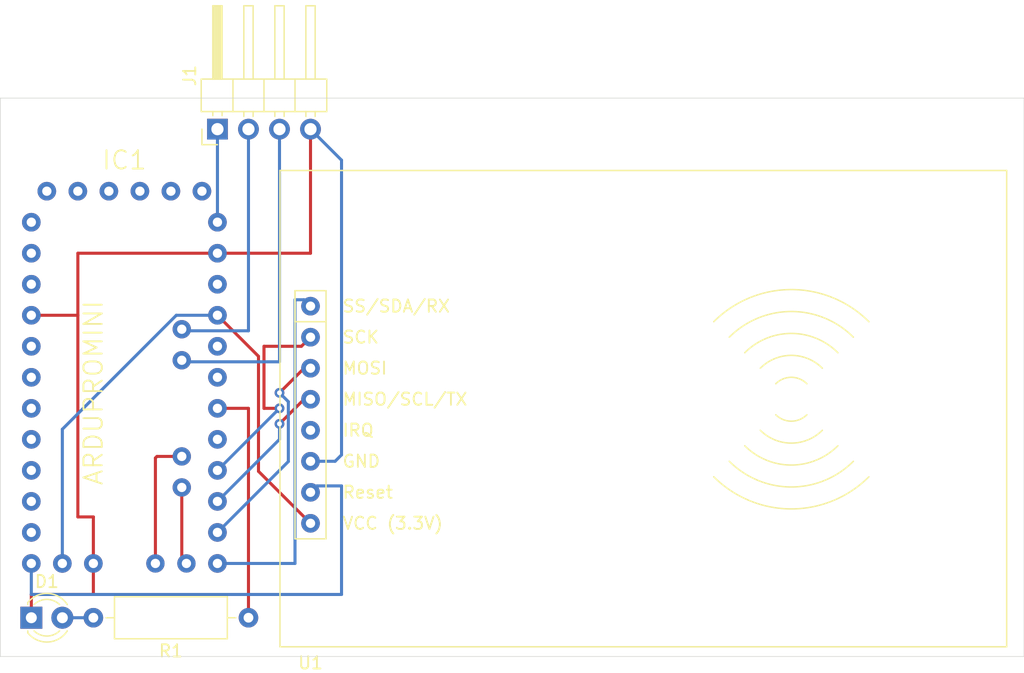
<source format=kicad_pcb>
(kicad_pcb (version 20171130) (host pcbnew "(5.1.8)-1")

  (general
    (thickness 1.6)
    (drawings 4)
    (tracks 62)
    (zones 0)
    (modules 5)
    (nets 30)
  )

  (page A4)
  (layers
    (0 F.Cu signal)
    (31 B.Cu signal)
    (32 B.Adhes user)
    (33 F.Adhes user)
    (34 B.Paste user)
    (35 F.Paste user)
    (36 B.SilkS user)
    (37 F.SilkS user)
    (38 B.Mask user)
    (39 F.Mask user)
    (40 Dwgs.User user)
    (41 Cmts.User user)
    (42 Eco1.User user)
    (43 Eco2.User user)
    (44 Edge.Cuts user)
    (45 Margin user)
    (46 B.CrtYd user)
    (47 F.CrtYd user)
    (48 B.Fab user)
    (49 F.Fab user)
  )

  (setup
    (last_trace_width 0.25)
    (trace_clearance 0.2)
    (zone_clearance 0.508)
    (zone_45_only no)
    (trace_min 0.2)
    (via_size 0.8)
    (via_drill 0.4)
    (via_min_size 0.4)
    (via_min_drill 0.3)
    (uvia_size 0.3)
    (uvia_drill 0.1)
    (uvias_allowed no)
    (uvia_min_size 0.2)
    (uvia_min_drill 0.1)
    (edge_width 0.05)
    (segment_width 0.2)
    (pcb_text_width 0.3)
    (pcb_text_size 1.5 1.5)
    (mod_edge_width 0.12)
    (mod_text_size 1 1)
    (mod_text_width 0.15)
    (pad_size 1.524 1.524)
    (pad_drill 0.762)
    (pad_to_mask_clearance 0)
    (aux_axis_origin 0 0)
    (visible_elements FFFFFF7F)
    (pcbplotparams
      (layerselection 0x010fc_ffffffff)
      (usegerberextensions false)
      (usegerberattributes true)
      (usegerberadvancedattributes true)
      (creategerberjobfile true)
      (excludeedgelayer true)
      (linewidth 0.100000)
      (plotframeref false)
      (viasonmask false)
      (mode 1)
      (useauxorigin false)
      (hpglpennumber 1)
      (hpglpenspeed 20)
      (hpglpendiameter 15.000000)
      (psnegative false)
      (psa4output false)
      (plotreference true)
      (plotvalue true)
      (plotinvisibletext false)
      (padsonsilk false)
      (subtractmaskfromsilk false)
      (outputformat 1)
      (mirror false)
      (drillshape 1)
      (scaleselection 1)
      (outputdirectory ""))
  )

  (net 0 "")
  (net 1 "Net-(D1-Pad2)")
  (net 2 GND)
  (net 3 VCC)
  (net 4 "Net-(IC1-Pad34)")
  (net 5 "Net-(IC1-Pad33)")
  (net 6 /SDA)
  (net 7 /SCL)
  (net 8 /D10)
  (net 9 /D11)
  (net 10 /D12)
  (net 11 /D13)
  (net 12 "Net-(IC1-Pad26)")
  (net 13 /A1)
  (net 14 "Net-(IC1-Pad24)")
  (net 15 "Net-(IC1-Pad23)")
  (net 16 "Net-(IC1-Pad21)")
  (net 17 +5V)
  (net 18 /D9)
  (net 19 "Net-(IC1-Pad17)")
  (net 20 "Net-(IC1-Pad16)")
  (net 21 "Net-(IC1-Pad15)")
  (net 22 "Net-(IC1-Pad14)")
  (net 23 "Net-(IC1-Pad13)")
  (net 24 "Net-(IC1-Pad12)")
  (net 25 "Net-(IC1-Pad11)")
  (net 26 "Net-(IC1-Pad9)")
  (net 27 "Net-(IC1-Pad8)")
  (net 28 "Net-(IC1-Pad7)")
  (net 29 "Net-(U1-Pad5)")

  (net_class Default "This is the default net class."
    (clearance 0.2)
    (trace_width 0.25)
    (via_dia 0.8)
    (via_drill 0.4)
    (uvia_dia 0.3)
    (uvia_drill 0.1)
    (add_net +5V)
    (add_net /A1)
    (add_net /D10)
    (add_net /D11)
    (add_net /D12)
    (add_net /D13)
    (add_net /D9)
    (add_net /SCL)
    (add_net /SDA)
    (add_net GND)
    (add_net "Net-(D1-Pad2)")
    (add_net "Net-(IC1-Pad11)")
    (add_net "Net-(IC1-Pad12)")
    (add_net "Net-(IC1-Pad13)")
    (add_net "Net-(IC1-Pad14)")
    (add_net "Net-(IC1-Pad15)")
    (add_net "Net-(IC1-Pad16)")
    (add_net "Net-(IC1-Pad17)")
    (add_net "Net-(IC1-Pad21)")
    (add_net "Net-(IC1-Pad23)")
    (add_net "Net-(IC1-Pad24)")
    (add_net "Net-(IC1-Pad26)")
    (add_net "Net-(IC1-Pad33)")
    (add_net "Net-(IC1-Pad34)")
    (add_net "Net-(IC1-Pad7)")
    (add_net "Net-(IC1-Pad8)")
    (add_net "Net-(IC1-Pad9)")
    (add_net "Net-(U1-Pad5)")
    (add_net VCC)
  )

  (module Zielke:MFRC522 (layer F.Cu) (tedit 6103D27A) (tstamp 61043DC8)
    (at 106.68 88.155)
    (path /61042F68)
    (fp_text reference U1 (at 0 21.59 180) (layer F.SilkS)
      (effects (font (size 1 1) (thickness 0.15)))
    )
    (fp_text value MFRC522 (at 55 0 90) (layer F.Fab)
      (effects (font (size 1 1) (thickness 0.15)))
    )
    (fp_arc (start 39.37 0) (end 36.830001 2.539999) (angle -90) (layer F.SilkS) (width 0.12))
    (fp_arc (start 39.37 0) (end 33.020001 6.349999) (angle -90) (layer F.SilkS) (width 0.12))
    (fp_arc (start 39.37 0) (end 34.290001 5.079999) (angle -90) (layer F.SilkS) (width 0.12))
    (fp_arc (start 39.37 0) (end 38.100001 1.269999) (angle -90) (layer F.SilkS) (width 0.12))
    (fp_arc (start 39.37 0) (end 35.560001 3.809999) (angle -90) (layer F.SilkS) (width 0.12))
    (fp_arc (start 39.37 0) (end 40.639999 -1.269999) (angle -90) (layer F.SilkS) (width 0.12))
    (fp_arc (start 39.37 0) (end 41.909999 -2.539999) (angle -90) (layer F.SilkS) (width 0.12))
    (fp_arc (start 39.37 0) (end 43.179999 -3.809999) (angle -90) (layer F.SilkS) (width 0.12))
    (fp_arc (start 39.37 0) (end 44.449999 -5.079999) (angle -90) (layer F.SilkS) (width 0.12))
    (fp_arc (start 39.37 0) (end 45.719999 -6.349999) (angle -90) (layer F.SilkS) (width 0.12))
    (fp_text user "VCC (3.3V)" (at 2.54 10.16) (layer F.SilkS)
      (effects (font (size 1 1) (thickness 0.15)) (justify left))
    )
    (fp_text user Reset (at 2.54 7.62) (layer F.SilkS)
      (effects (font (size 1 1) (thickness 0.15)) (justify left))
    )
    (fp_text user GND (at 2.54 5.08) (layer F.SilkS)
      (effects (font (size 1 1) (thickness 0.15)) (justify left))
    )
    (fp_text user IRQ (at 2.54 2.54) (layer F.SilkS)
      (effects (font (size 1 1) (thickness 0.15)) (justify left))
    )
    (fp_text user MISO/SCL/TX (at 2.54 0) (layer F.SilkS)
      (effects (font (size 1 1) (thickness 0.15)) (justify left))
    )
    (fp_text user MOSI (at 2.54 -2.54) (layer F.SilkS)
      (effects (font (size 1 1) (thickness 0.15)) (justify left))
    )
    (fp_text user SCK (at 2.54 -5.08) (layer F.SilkS)
      (effects (font (size 1 1) (thickness 0.15)) (justify left))
    )
    (fp_text user SS/SDA/RX (at 2.54 -7.62) (layer F.SilkS)
      (effects (font (size 1 1) (thickness 0.15)) (justify left))
    )
    (fp_line (start -2.5 20.27) (end 57 20.27) (layer F.SilkS) (width 0.12))
    (fp_line (start 57 20.27) (end 57 -18.73) (layer F.SilkS) (width 0.12))
    (fp_line (start 57 -18.73) (end -2.5 -18.73) (layer F.SilkS) (width 0.12))
    (fp_line (start -2.5 -18.73) (end -2.5 20.27) (layer F.SilkS) (width 0.12))
    (fp_line (start -1.27 -8.89) (end -1.27 11.43) (layer F.SilkS) (width 0.12))
    (fp_line (start -1.27 11.43) (end 1.27 11.43) (layer F.SilkS) (width 0.12))
    (fp_line (start 1.27 11.43) (end 1.27 -8.89) (layer F.SilkS) (width 0.12))
    (fp_line (start 1.27 -8.89) (end -1.27 -8.89) (layer F.SilkS) (width 0.12))
    (fp_line (start -1.27 -8.89) (end -1.27 -6.35) (layer F.SilkS) (width 0.12))
    (fp_line (start -1.27 -6.35) (end 1.27 -6.35) (layer F.SilkS) (width 0.12))
    (pad 8 thru_hole circle (at 0 10.16) (size 1.524 1.524) (drill 0.762) (layers *.Cu *.Mask)
      (net 3 VCC))
    (pad 7 thru_hole circle (at 0 7.62) (size 1.524 1.524) (drill 0.762) (layers *.Cu *.Mask)
      (net 18 /D9))
    (pad 6 thru_hole circle (at 0 5.08) (size 1.524 1.524) (drill 0.762) (layers *.Cu *.Mask)
      (net 2 GND))
    (pad 5 thru_hole circle (at 0 2.54) (size 1.524 1.524) (drill 0.762) (layers *.Cu *.Mask)
      (net 29 "Net-(U1-Pad5)"))
    (pad 1 thru_hole circle (at 0 -7.62) (size 1.524 1.524) (drill 0.762) (layers *.Cu *.Mask)
      (net 8 /D10))
    (pad 2 thru_hole circle (at 0 -5.08) (size 1.524 1.524) (drill 0.762) (layers *.Cu *.Mask)
      (net 11 /D13))
    (pad 3 thru_hole circle (at 0 -2.54) (size 1.524 1.524) (drill 0.762) (layers *.Cu *.Mask)
      (net 9 /D11))
    (pad 4 thru_hole circle (at 0 0) (size 1.524 1.524) (drill 0.762) (layers *.Cu *.Mask)
      (net 10 /D12))
  )

  (module Resistor_THT:R_Axial_DIN0309_L9.0mm_D3.2mm_P12.70mm_Horizontal (layer F.Cu) (tedit 5AE5139B) (tstamp 61044167)
    (at 101.6 106.045 180)
    (descr "Resistor, Axial_DIN0309 series, Axial, Horizontal, pin pitch=12.7mm, 0.5W = 1/2W, length*diameter=9*3.2mm^2, http://cdn-reichelt.de/documents/datenblatt/B400/1_4W%23YAG.pdf")
    (tags "Resistor Axial_DIN0309 series Axial Horizontal pin pitch 12.7mm 0.5W = 1/2W length 9mm diameter 3.2mm")
    (path /61043BD9)
    (fp_text reference R1 (at 6.35 -2.72) (layer F.SilkS)
      (effects (font (size 1 1) (thickness 0.15)))
    )
    (fp_text value R (at 6.35 2.72) (layer F.Fab)
      (effects (font (size 1 1) (thickness 0.15)))
    )
    (fp_text user %R (at 6.35 0) (layer F.Fab)
      (effects (font (size 1 1) (thickness 0.15)))
    )
    (fp_line (start 1.85 -1.6) (end 1.85 1.6) (layer F.Fab) (width 0.1))
    (fp_line (start 1.85 1.6) (end 10.85 1.6) (layer F.Fab) (width 0.1))
    (fp_line (start 10.85 1.6) (end 10.85 -1.6) (layer F.Fab) (width 0.1))
    (fp_line (start 10.85 -1.6) (end 1.85 -1.6) (layer F.Fab) (width 0.1))
    (fp_line (start 0 0) (end 1.85 0) (layer F.Fab) (width 0.1))
    (fp_line (start 12.7 0) (end 10.85 0) (layer F.Fab) (width 0.1))
    (fp_line (start 1.73 -1.72) (end 1.73 1.72) (layer F.SilkS) (width 0.12))
    (fp_line (start 1.73 1.72) (end 10.97 1.72) (layer F.SilkS) (width 0.12))
    (fp_line (start 10.97 1.72) (end 10.97 -1.72) (layer F.SilkS) (width 0.12))
    (fp_line (start 10.97 -1.72) (end 1.73 -1.72) (layer F.SilkS) (width 0.12))
    (fp_line (start 1.04 0) (end 1.73 0) (layer F.SilkS) (width 0.12))
    (fp_line (start 11.66 0) (end 10.97 0) (layer F.SilkS) (width 0.12))
    (fp_line (start -1.05 -1.85) (end -1.05 1.85) (layer F.CrtYd) (width 0.05))
    (fp_line (start -1.05 1.85) (end 13.75 1.85) (layer F.CrtYd) (width 0.05))
    (fp_line (start 13.75 1.85) (end 13.75 -1.85) (layer F.CrtYd) (width 0.05))
    (fp_line (start 13.75 -1.85) (end -1.05 -1.85) (layer F.CrtYd) (width 0.05))
    (pad 2 thru_hole oval (at 12.7 0 180) (size 1.6 1.6) (drill 0.8) (layers *.Cu *.Mask)
      (net 1 "Net-(D1-Pad2)"))
    (pad 1 thru_hole circle (at 0 0 180) (size 1.6 1.6) (drill 0.8) (layers *.Cu *.Mask)
      (net 13 /A1))
    (model ${KISYS3DMOD}/Resistor_THT.3dshapes/R_Axial_DIN0309_L9.0mm_D3.2mm_P12.70mm_Horizontal.wrl
      (at (xyz 0 0 0))
      (scale (xyz 1 1 1))
      (rotate (xyz 0 0 0))
    )
  )

  (module Connector_PinHeader_2.54mm:PinHeader_1x04_P2.54mm_Horizontal (layer F.Cu) (tedit 59FED5CB) (tstamp 61043D89)
    (at 99.06 66.04 90)
    (descr "Through hole angled pin header, 1x04, 2.54mm pitch, 6mm pin length, single row")
    (tags "Through hole angled pin header THT 1x04 2.54mm single row")
    (path /610442D4)
    (fp_text reference J1 (at 4.385 -2.27 90) (layer F.SilkS)
      (effects (font (size 1 1) (thickness 0.15)))
    )
    (fp_text value Conn_01x04 (at 4.385 9.89 90) (layer F.Fab)
      (effects (font (size 1 1) (thickness 0.15)))
    )
    (fp_text user %R (at 2.77 3.81) (layer F.Fab)
      (effects (font (size 1 1) (thickness 0.15)))
    )
    (fp_line (start 2.135 -1.27) (end 4.04 -1.27) (layer F.Fab) (width 0.1))
    (fp_line (start 4.04 -1.27) (end 4.04 8.89) (layer F.Fab) (width 0.1))
    (fp_line (start 4.04 8.89) (end 1.5 8.89) (layer F.Fab) (width 0.1))
    (fp_line (start 1.5 8.89) (end 1.5 -0.635) (layer F.Fab) (width 0.1))
    (fp_line (start 1.5 -0.635) (end 2.135 -1.27) (layer F.Fab) (width 0.1))
    (fp_line (start -0.32 -0.32) (end 1.5 -0.32) (layer F.Fab) (width 0.1))
    (fp_line (start -0.32 -0.32) (end -0.32 0.32) (layer F.Fab) (width 0.1))
    (fp_line (start -0.32 0.32) (end 1.5 0.32) (layer F.Fab) (width 0.1))
    (fp_line (start 4.04 -0.32) (end 10.04 -0.32) (layer F.Fab) (width 0.1))
    (fp_line (start 10.04 -0.32) (end 10.04 0.32) (layer F.Fab) (width 0.1))
    (fp_line (start 4.04 0.32) (end 10.04 0.32) (layer F.Fab) (width 0.1))
    (fp_line (start -0.32 2.22) (end 1.5 2.22) (layer F.Fab) (width 0.1))
    (fp_line (start -0.32 2.22) (end -0.32 2.86) (layer F.Fab) (width 0.1))
    (fp_line (start -0.32 2.86) (end 1.5 2.86) (layer F.Fab) (width 0.1))
    (fp_line (start 4.04 2.22) (end 10.04 2.22) (layer F.Fab) (width 0.1))
    (fp_line (start 10.04 2.22) (end 10.04 2.86) (layer F.Fab) (width 0.1))
    (fp_line (start 4.04 2.86) (end 10.04 2.86) (layer F.Fab) (width 0.1))
    (fp_line (start -0.32 4.76) (end 1.5 4.76) (layer F.Fab) (width 0.1))
    (fp_line (start -0.32 4.76) (end -0.32 5.4) (layer F.Fab) (width 0.1))
    (fp_line (start -0.32 5.4) (end 1.5 5.4) (layer F.Fab) (width 0.1))
    (fp_line (start 4.04 4.76) (end 10.04 4.76) (layer F.Fab) (width 0.1))
    (fp_line (start 10.04 4.76) (end 10.04 5.4) (layer F.Fab) (width 0.1))
    (fp_line (start 4.04 5.4) (end 10.04 5.4) (layer F.Fab) (width 0.1))
    (fp_line (start -0.32 7.3) (end 1.5 7.3) (layer F.Fab) (width 0.1))
    (fp_line (start -0.32 7.3) (end -0.32 7.94) (layer F.Fab) (width 0.1))
    (fp_line (start -0.32 7.94) (end 1.5 7.94) (layer F.Fab) (width 0.1))
    (fp_line (start 4.04 7.3) (end 10.04 7.3) (layer F.Fab) (width 0.1))
    (fp_line (start 10.04 7.3) (end 10.04 7.94) (layer F.Fab) (width 0.1))
    (fp_line (start 4.04 7.94) (end 10.04 7.94) (layer F.Fab) (width 0.1))
    (fp_line (start 1.44 -1.33) (end 1.44 8.95) (layer F.SilkS) (width 0.12))
    (fp_line (start 1.44 8.95) (end 4.1 8.95) (layer F.SilkS) (width 0.12))
    (fp_line (start 4.1 8.95) (end 4.1 -1.33) (layer F.SilkS) (width 0.12))
    (fp_line (start 4.1 -1.33) (end 1.44 -1.33) (layer F.SilkS) (width 0.12))
    (fp_line (start 4.1 -0.38) (end 10.1 -0.38) (layer F.SilkS) (width 0.12))
    (fp_line (start 10.1 -0.38) (end 10.1 0.38) (layer F.SilkS) (width 0.12))
    (fp_line (start 10.1 0.38) (end 4.1 0.38) (layer F.SilkS) (width 0.12))
    (fp_line (start 4.1 -0.32) (end 10.1 -0.32) (layer F.SilkS) (width 0.12))
    (fp_line (start 4.1 -0.2) (end 10.1 -0.2) (layer F.SilkS) (width 0.12))
    (fp_line (start 4.1 -0.08) (end 10.1 -0.08) (layer F.SilkS) (width 0.12))
    (fp_line (start 4.1 0.04) (end 10.1 0.04) (layer F.SilkS) (width 0.12))
    (fp_line (start 4.1 0.16) (end 10.1 0.16) (layer F.SilkS) (width 0.12))
    (fp_line (start 4.1 0.28) (end 10.1 0.28) (layer F.SilkS) (width 0.12))
    (fp_line (start 1.11 -0.38) (end 1.44 -0.38) (layer F.SilkS) (width 0.12))
    (fp_line (start 1.11 0.38) (end 1.44 0.38) (layer F.SilkS) (width 0.12))
    (fp_line (start 1.44 1.27) (end 4.1 1.27) (layer F.SilkS) (width 0.12))
    (fp_line (start 4.1 2.16) (end 10.1 2.16) (layer F.SilkS) (width 0.12))
    (fp_line (start 10.1 2.16) (end 10.1 2.92) (layer F.SilkS) (width 0.12))
    (fp_line (start 10.1 2.92) (end 4.1 2.92) (layer F.SilkS) (width 0.12))
    (fp_line (start 1.042929 2.16) (end 1.44 2.16) (layer F.SilkS) (width 0.12))
    (fp_line (start 1.042929 2.92) (end 1.44 2.92) (layer F.SilkS) (width 0.12))
    (fp_line (start 1.44 3.81) (end 4.1 3.81) (layer F.SilkS) (width 0.12))
    (fp_line (start 4.1 4.7) (end 10.1 4.7) (layer F.SilkS) (width 0.12))
    (fp_line (start 10.1 4.7) (end 10.1 5.46) (layer F.SilkS) (width 0.12))
    (fp_line (start 10.1 5.46) (end 4.1 5.46) (layer F.SilkS) (width 0.12))
    (fp_line (start 1.042929 4.7) (end 1.44 4.7) (layer F.SilkS) (width 0.12))
    (fp_line (start 1.042929 5.46) (end 1.44 5.46) (layer F.SilkS) (width 0.12))
    (fp_line (start 1.44 6.35) (end 4.1 6.35) (layer F.SilkS) (width 0.12))
    (fp_line (start 4.1 7.24) (end 10.1 7.24) (layer F.SilkS) (width 0.12))
    (fp_line (start 10.1 7.24) (end 10.1 8) (layer F.SilkS) (width 0.12))
    (fp_line (start 10.1 8) (end 4.1 8) (layer F.SilkS) (width 0.12))
    (fp_line (start 1.042929 7.24) (end 1.44 7.24) (layer F.SilkS) (width 0.12))
    (fp_line (start 1.042929 8) (end 1.44 8) (layer F.SilkS) (width 0.12))
    (fp_line (start -1.27 0) (end -1.27 -1.27) (layer F.SilkS) (width 0.12))
    (fp_line (start -1.27 -1.27) (end 0 -1.27) (layer F.SilkS) (width 0.12))
    (fp_line (start -1.8 -1.8) (end -1.8 9.4) (layer F.CrtYd) (width 0.05))
    (fp_line (start -1.8 9.4) (end 10.55 9.4) (layer F.CrtYd) (width 0.05))
    (fp_line (start 10.55 9.4) (end 10.55 -1.8) (layer F.CrtYd) (width 0.05))
    (fp_line (start 10.55 -1.8) (end -1.8 -1.8) (layer F.CrtYd) (width 0.05))
    (pad 4 thru_hole oval (at 0 7.62 90) (size 1.7 1.7) (drill 1) (layers *.Cu *.Mask)
      (net 2 GND))
    (pad 3 thru_hole oval (at 0 5.08 90) (size 1.7 1.7) (drill 1) (layers *.Cu *.Mask)
      (net 6 /SDA))
    (pad 2 thru_hole oval (at 0 2.54 90) (size 1.7 1.7) (drill 1) (layers *.Cu *.Mask)
      (net 7 /SCL))
    (pad 1 thru_hole rect (at 0 0 90) (size 1.7 1.7) (drill 1) (layers *.Cu *.Mask)
      (net 17 +5V))
    (model ${KISYS3DMOD}/Connector_PinHeader_2.54mm.3dshapes/PinHeader_1x04_P2.54mm_Horizontal.wrl
      (at (xyz 0 0 0))
      (scale (xyz 1 1 1))
      (rotate (xyz 0 0 0))
    )
  )

  (module Zielke:ArduProMini (layer F.Cu) (tedit 5E17AC67) (tstamp 61043D3C)
    (at 91.44 86.36)
    (path /61026420)
    (fp_text reference IC1 (at 0 -17.78) (layer F.SilkS)
      (effects (font (size 1.5 1.5) (thickness 0.15)))
    )
    (fp_text value ARDUPROMINI (at -2.54 1.27 90) (layer F.SilkS)
      (effects (font (size 1.5 1.5) (thickness 0.15)))
    )
    (pad 20 thru_hole circle (at -2.54 15.24) (size 1.524 1.524) (drill 0.762) (layers *.Cu *.Mask)
      (net 2 GND))
    (pad 22 thru_hole circle (at -5.08 15.24) (size 1.524 1.524) (drill 0.762) (layers *.Cu *.Mask)
      (net 3 VCC))
    (pad 34 thru_hole circle (at 2.54 15.24) (size 1.5 1.5) (drill 0.762) (layers *.Cu *.Mask)
      (net 4 "Net-(IC1-Pad34)"))
    (pad 33 thru_hole circle (at 5.08 15.24) (size 1.5 1.5) (drill 0.762) (layers *.Cu *.Mask)
      (net 5 "Net-(IC1-Pad33)"))
    (pad 33 thru_hole circle (at 4.699 9.017) (size 1.5 1.5) (drill 0.762) (layers *.Cu *.Mask)
      (net 5 "Net-(IC1-Pad33)"))
    (pad 34 thru_hole circle (at 4.699 6.477) (size 1.5 1.5) (drill 0.762) (layers *.Cu *.Mask)
      (net 4 "Net-(IC1-Pad34)"))
    (pad 31 thru_hole circle (at 4.699 -1.397) (size 1.5 1.5) (drill 0.762) (layers *.Cu *.Mask)
      (net 6 /SDA))
    (pad 32 thru_hole circle (at 4.699 -3.937) (size 1.5 1.5) (drill 0.762) (layers *.Cu *.Mask)
      (net 7 /SCL))
    (pad 30 thru_hole circle (at 7.62 15.24) (size 1.524 1.524) (drill 0.762) (layers *.Cu *.Mask)
      (net 8 /D10))
    (pad 29 thru_hole circle (at 7.62 12.7) (size 1.524 1.524) (drill 0.762) (layers *.Cu *.Mask)
      (net 9 /D11))
    (pad 28 thru_hole circle (at 7.62 10.16) (size 1.524 1.524) (drill 0.762) (layers *.Cu *.Mask)
      (net 10 /D12))
    (pad 27 thru_hole circle (at 7.62 7.62) (size 1.524 1.524) (drill 0.762) (layers *.Cu *.Mask)
      (net 11 /D13))
    (pad 26 thru_hole circle (at 7.62 5.08) (size 1.524 1.524) (drill 0.762) (layers *.Cu *.Mask)
      (net 12 "Net-(IC1-Pad26)"))
    (pad 25 thru_hole circle (at 7.62 2.54) (size 1.524 1.524) (drill 0.762) (layers *.Cu *.Mask)
      (net 13 /A1))
    (pad 24 thru_hole circle (at 7.62 0) (size 1.524 1.524) (drill 0.762) (layers *.Cu *.Mask)
      (net 14 "Net-(IC1-Pad24)"))
    (pad 23 thru_hole circle (at 7.62 -2.54) (size 1.524 1.524) (drill 0.762) (layers *.Cu *.Mask)
      (net 15 "Net-(IC1-Pad23)"))
    (pad 22 thru_hole circle (at 7.62 -5.08) (size 1.524 1.524) (drill 0.762) (layers *.Cu *.Mask)
      (net 3 VCC))
    (pad 21 thru_hole circle (at 7.62 -7.62) (size 1.524 1.524) (drill 0.762) (layers *.Cu *.Mask)
      (net 16 "Net-(IC1-Pad21)"))
    (pad 20 thru_hole circle (at 7.62 -10.16) (size 1.524 1.524) (drill 0.762) (layers *.Cu *.Mask)
      (net 2 GND))
    (pad 19 thru_hole circle (at 7.62 -12.7) (size 1.524 1.524) (drill 0.762) (layers *.Cu *.Mask)
      (net 17 +5V))
    (pad 18 thru_hole circle (at -7.62 15.24) (size 1.524 1.524) (drill 0.762) (layers *.Cu *.Mask)
      (net 18 /D9))
    (pad 17 thru_hole circle (at -7.62 12.7) (size 1.524 1.524) (drill 0.762) (layers *.Cu *.Mask)
      (net 19 "Net-(IC1-Pad17)"))
    (pad 16 thru_hole circle (at -7.62 10.16) (size 1.524 1.524) (drill 0.762) (layers *.Cu *.Mask)
      (net 20 "Net-(IC1-Pad16)"))
    (pad 15 thru_hole circle (at -7.62 7.62) (size 1.524 1.524) (drill 0.762) (layers *.Cu *.Mask)
      (net 21 "Net-(IC1-Pad15)"))
    (pad 14 thru_hole circle (at -7.62 5.08) (size 1.524 1.524) (drill 0.762) (layers *.Cu *.Mask)
      (net 22 "Net-(IC1-Pad14)"))
    (pad 13 thru_hole circle (at -7.62 2.54) (size 1.524 1.524) (drill 0.762) (layers *.Cu *.Mask)
      (net 23 "Net-(IC1-Pad13)"))
    (pad 12 thru_hole circle (at -7.62 0) (size 1.524 1.524) (drill 0.762) (layers *.Cu *.Mask)
      (net 24 "Net-(IC1-Pad12)"))
    (pad 11 thru_hole circle (at -7.62 -2.54) (size 1.524 1.524) (drill 0.762) (layers *.Cu *.Mask)
      (net 25 "Net-(IC1-Pad11)"))
    (pad 10 thru_hole circle (at -7.62 -5.08) (size 1.524 1.524) (drill 0.762) (layers *.Cu *.Mask)
      (net 2 GND))
    (pad 9 thru_hole circle (at -7.62 -7.62) (size 1.524 1.524) (drill 0.762) (layers *.Cu *.Mask)
      (net 26 "Net-(IC1-Pad9)"))
    (pad 8 thru_hole circle (at -7.62 -10.16) (size 1.524 1.524) (drill 0.762) (layers *.Cu *.Mask)
      (net 27 "Net-(IC1-Pad8)"))
    (pad 7 thru_hole circle (at -7.62 -12.7) (size 1.524 1.524) (drill 0.762) (layers *.Cu *.Mask)
      (net 28 "Net-(IC1-Pad7)"))
    (pad 1 thru_hole circle (at 6.35 -15.24) (size 1.524 1.524) (drill 0.762) (layers *.Cu *.Mask))
    (pad 2 thru_hole circle (at 3.81 -15.24) (size 1.524 1.524) (drill 0.762) (layers *.Cu *.Mask))
    (pad 3 thru_hole circle (at 1.27 -15.24) (size 1.524 1.524) (drill 0.762) (layers *.Cu *.Mask))
    (pad 4 thru_hole circle (at -1.27 -15.24) (size 1.524 1.524) (drill 0.762) (layers *.Cu *.Mask))
    (pad 5 thru_hole circle (at -3.81 -15.24) (size 1.524 1.524) (drill 0.762) (layers *.Cu *.Mask))
    (pad 6 thru_hole circle (at -6.35 -15.24) (size 1.524 1.524) (drill 0.762) (layers *.Cu *.Mask))
    (model Zielke.3dshapes/ArduProMini.wrl
      (at (xyz 0 0 0))
      (scale (xyz 1 1 1))
      (rotate (xyz 0 0 0))
    )
  )

  (module LED_THT:LED_D3.0mm_Clear (layer F.Cu) (tedit 5A6C9BC0) (tstamp 61043D12)
    (at 83.82 106.045)
    (descr "IR-LED, diameter 3.0mm, 2 pins, color: clear")
    (tags "IR infrared LED diameter 3.0mm 2 pins clear")
    (path /6104360E)
    (fp_text reference D1 (at 1.27 -2.96) (layer F.SilkS)
      (effects (font (size 1 1) (thickness 0.15)))
    )
    (fp_text value LED (at 1.27 2.96) (layer F.Fab)
      (effects (font (size 1 1) (thickness 0.15)))
    )
    (fp_arc (start 1.27 0) (end 0.229039 1.08) (angle -87.9) (layer F.SilkS) (width 0.12))
    (fp_arc (start 1.27 0) (end 0.229039 -1.08) (angle 87.9) (layer F.SilkS) (width 0.12))
    (fp_arc (start 1.27 0) (end -0.29 1.235516) (angle -108.8) (layer F.SilkS) (width 0.12))
    (fp_arc (start 1.27 0) (end -0.29 -1.235516) (angle 108.8) (layer F.SilkS) (width 0.12))
    (fp_arc (start 1.27 0) (end -0.23 -1.16619) (angle 284.3) (layer F.Fab) (width 0.1))
    (fp_text user %R (at 1.47 0) (layer F.Fab)
      (effects (font (size 0.8 0.8) (thickness 0.12)))
    )
    (fp_line (start -0.23 -1.16619) (end -0.23 1.16619) (layer F.Fab) (width 0.1))
    (fp_line (start -0.29 -1.236) (end -0.29 -1.08) (layer F.SilkS) (width 0.12))
    (fp_line (start -0.29 1.08) (end -0.29 1.236) (layer F.SilkS) (width 0.12))
    (fp_line (start -1.15 -2.25) (end -1.15 2.25) (layer F.CrtYd) (width 0.05))
    (fp_line (start -1.15 2.25) (end 3.7 2.25) (layer F.CrtYd) (width 0.05))
    (fp_line (start 3.7 2.25) (end 3.7 -2.25) (layer F.CrtYd) (width 0.05))
    (fp_line (start 3.7 -2.25) (end -1.15 -2.25) (layer F.CrtYd) (width 0.05))
    (fp_circle (center 1.27 0) (end 2.77 0) (layer F.Fab) (width 0.1))
    (pad 2 thru_hole circle (at 2.54 0) (size 1.8 1.8) (drill 0.9) (layers *.Cu *.Mask)
      (net 1 "Net-(D1-Pad2)"))
    (pad 1 thru_hole rect (at 0 0) (size 1.8 1.8) (drill 0.9) (layers *.Cu *.Mask)
      (net 2 GND))
    (model ${KISYS3DMOD}/LED_THT.3dshapes/LED_D3.0mm_Clear.wrl
      (at (xyz 0 0 0))
      (scale (xyz 1 1 1))
      (rotate (xyz 0 0 0))
    )
  )

  (gr_line (start 81.28 63.5) (end 81.28 109.22) (layer Edge.Cuts) (width 0.05) (tstamp 6104449C))
  (gr_line (start 165.1 63.5) (end 81.28 63.5) (layer Edge.Cuts) (width 0.05))
  (gr_line (start 165.1 109.22) (end 165.1 63.5) (layer Edge.Cuts) (width 0.05))
  (gr_line (start 81.28 109.22) (end 165.1 109.22) (layer Edge.Cuts) (width 0.05))

  (segment (start 86.36 106.045) (end 88.9 106.045) (width 0.25) (layer B.Cu) (net 1))
  (segment (start 106.68 66.04) (end 106.68 76.2) (width 0.25) (layer F.Cu) (net 2))
  (segment (start 106.68 76.2) (end 99.06 76.2) (width 0.25) (layer F.Cu) (net 2))
  (segment (start 99.06 76.2) (end 87.63 76.2) (width 0.25) (layer F.Cu) (net 2))
  (segment (start 87.63 76.2) (end 87.63 81.28) (width 0.25) (layer F.Cu) (net 2))
  (segment (start 87.63 81.28) (end 83.82 81.28) (width 0.25) (layer F.Cu) (net 2))
  (segment (start 87.63 81.28) (end 87.63 97.79) (width 0.25) (layer F.Cu) (net 2))
  (segment (start 87.63 97.79) (end 88.9 97.79) (width 0.25) (layer F.Cu) (net 2))
  (segment (start 88.9 97.79) (end 88.9 101.6) (width 0.25) (layer F.Cu) (net 2))
  (segment (start 88.9 101.6) (end 88.9 104.14) (width 0.25) (layer F.Cu) (net 2))
  (segment (start 88.9 104.14) (end 83.82 104.14) (width 0.25) (layer F.Cu) (net 2))
  (segment (start 83.82 104.14) (end 83.82 106.045) (width 0.25) (layer F.Cu) (net 2))
  (segment (start 106.68 93.235) (end 108.695 93.235) (width 0.25) (layer B.Cu) (net 2))
  (segment (start 108.695 93.235) (end 109.22 92.71) (width 0.25) (layer B.Cu) (net 2))
  (segment (start 109.22 68.58) (end 106.68 66.04) (width 0.25) (layer B.Cu) (net 2))
  (segment (start 109.22 92.71) (end 109.22 68.58) (width 0.25) (layer B.Cu) (net 2))
  (segment (start 86.36 90.610998) (end 86.36 101.6) (width 0.25) (layer B.Cu) (net 3))
  (segment (start 95.690998 81.28) (end 86.36 90.610998) (width 0.25) (layer B.Cu) (net 3))
  (segment (start 99.06 81.28) (end 95.690998 81.28) (width 0.25) (layer B.Cu) (net 3))
  (segment (start 99.06 81.28) (end 102.419989 84.639989) (width 0.25) (layer F.Cu) (net 3))
  (segment (start 102.419989 84.639989) (end 102.419989 94.054989) (width 0.25) (layer F.Cu) (net 3))
  (segment (start 102.419989 94.054989) (end 106.68 98.315) (width 0.25) (layer F.Cu) (net 3))
  (segment (start 96.139 92.837) (end 94.107 92.837) (width 0.25) (layer F.Cu) (net 4))
  (segment (start 93.98 92.964) (end 93.98 101.6) (width 0.25) (layer F.Cu) (net 4))
  (segment (start 94.107 92.837) (end 93.98 92.964) (width 0.25) (layer F.Cu) (net 4))
  (segment (start 96.139 101.219) (end 96.52 101.6) (width 0.25) (layer F.Cu) (net 5))
  (segment (start 96.139 95.377) (end 96.139 101.219) (width 0.25) (layer F.Cu) (net 5))
  (segment (start 104.14 66.04) (end 104.14 85.09) (width 0.25) (layer B.Cu) (net 6))
  (segment (start 96.266 85.09) (end 96.139 84.963) (width 0.25) (layer B.Cu) (net 6))
  (segment (start 104.14 85.09) (end 96.266 85.09) (width 0.25) (layer B.Cu) (net 6))
  (segment (start 101.6 66.04) (end 101.6 82.55) (width 0.25) (layer B.Cu) (net 7))
  (segment (start 96.266 82.55) (end 96.139 82.423) (width 0.25) (layer B.Cu) (net 7))
  (segment (start 101.6 82.55) (end 96.266 82.55) (width 0.25) (layer B.Cu) (net 7))
  (segment (start 106.155 80.01) (end 106.68 80.535) (width 0.25) (layer B.Cu) (net 8))
  (segment (start 105.41 80.01) (end 106.155 80.01) (width 0.25) (layer B.Cu) (net 8))
  (segment (start 105.41 101.6) (end 105.41 80.01) (width 0.25) (layer B.Cu) (net 8))
  (segment (start 99.06 101.6) (end 105.41 101.6) (width 0.25) (layer B.Cu) (net 8))
  (via (at 104.14 87.63) (size 0.8) (drill 0.4) (layers F.Cu B.Cu) (net 9))
  (segment (start 106.155 85.615) (end 106.68 85.615) (width 0.25) (layer F.Cu) (net 9))
  (segment (start 104.14 87.63) (end 106.155 85.615) (width 0.25) (layer F.Cu) (net 9))
  (segment (start 99.06 99.06) (end 104.865002 93.254998) (width 0.25) (layer B.Cu) (net 9))
  (segment (start 104.865002 93.254998) (end 104.865002 88.355002) (width 0.25) (layer B.Cu) (net 9))
  (segment (start 104.865002 88.355002) (end 104.14 87.63) (width 0.25) (layer B.Cu) (net 9))
  (via (at 104.14 90.17) (size 0.8) (drill 0.4) (layers F.Cu B.Cu) (net 10))
  (segment (start 104.14 91.44) (end 104.14 90.17) (width 0.25) (layer B.Cu) (net 10))
  (segment (start 99.06 96.52) (end 104.14 91.44) (width 0.25) (layer B.Cu) (net 10))
  (segment (start 106.155 88.155) (end 106.68 88.155) (width 0.25) (layer F.Cu) (net 10))
  (segment (start 104.14 90.17) (end 106.155 88.155) (width 0.25) (layer F.Cu) (net 10))
  (via (at 104.14 88.9) (size 0.8) (drill 0.4) (layers F.Cu B.Cu) (net 11))
  (segment (start 99.06 93.98) (end 104.14 88.9) (width 0.25) (layer B.Cu) (net 11))
  (segment (start 104.14 88.9) (end 102.87 88.9) (width 0.25) (layer F.Cu) (net 11))
  (segment (start 102.87 88.9) (end 102.87 83.82) (width 0.25) (layer F.Cu) (net 11))
  (segment (start 105.935 83.82) (end 106.68 83.075) (width 0.25) (layer F.Cu) (net 11))
  (segment (start 102.87 83.82) (end 105.935 83.82) (width 0.25) (layer F.Cu) (net 11))
  (segment (start 99.06 88.9) (end 101.6 88.9) (width 0.25) (layer F.Cu) (net 13))
  (segment (start 101.6 88.9) (end 101.6 106.045) (width 0.25) (layer F.Cu) (net 13))
  (segment (start 99.06 66.04) (end 99.06 73.66) (width 0.25) (layer B.Cu) (net 17))
  (segment (start 83.82 101.6) (end 83.82 104.14) (width 0.25) (layer B.Cu) (net 18))
  (segment (start 83.82 104.14) (end 109.22 104.14) (width 0.25) (layer B.Cu) (net 18))
  (segment (start 109.22 104.14) (end 109.22 95.25) (width 0.25) (layer B.Cu) (net 18))
  (segment (start 107.205 95.25) (end 106.68 95.775) (width 0.25) (layer B.Cu) (net 18))
  (segment (start 109.22 95.25) (end 107.205 95.25) (width 0.25) (layer B.Cu) (net 18))

)

</source>
